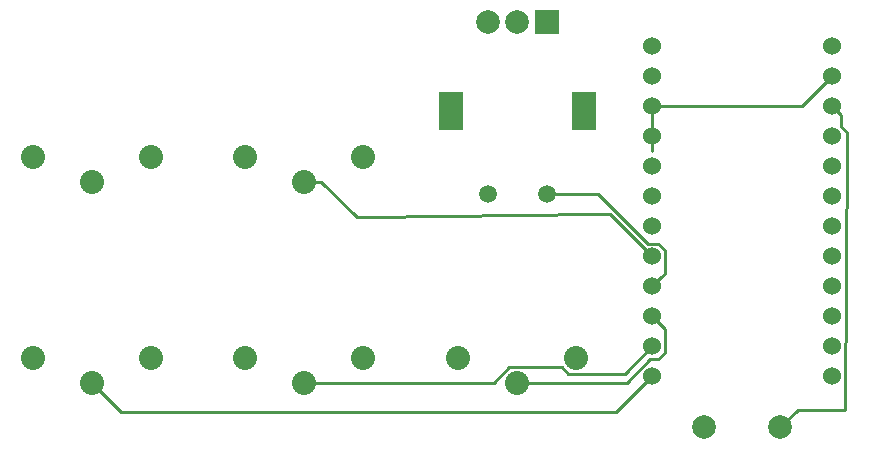
<source format=gbr>
G04 #@! TF.GenerationSoftware,KiCad,Pcbnew,(5.1.5-0-10_14)*
G04 #@! TF.CreationDate,2020-04-22T10:58:21+01:00*
G04 #@! TF.ProjectId,macro1,6d616372-6f31-42e6-9b69-6361645f7063,0.1*
G04 #@! TF.SameCoordinates,Original*
G04 #@! TF.FileFunction,Copper,L1,Top*
G04 #@! TF.FilePolarity,Positive*
%FSLAX46Y46*%
G04 Gerber Fmt 4.6, Leading zero omitted, Abs format (unit mm)*
G04 Created by KiCad (PCBNEW (5.1.5-0-10_14)) date 2020-04-22 10:58:21*
%MOMM*%
%LPD*%
G04 APERTURE LIST*
%ADD10R,2.000000X2.000000*%
%ADD11C,2.000000*%
%ADD12R,2.000000X3.200000*%
%ADD13C,1.500000*%
%ADD14C,2.032000*%
%ADD15C,1.524000*%
%ADD16C,0.250000*%
G04 APERTURE END LIST*
D10*
X76200000Y-60960000D03*
D11*
X73700000Y-60960000D03*
X71200000Y-60960000D03*
D12*
X79300000Y-68460000D03*
X68100000Y-68460000D03*
D13*
X76200000Y-75460000D03*
X71200000Y-75460000D03*
D11*
X89460000Y-95250000D03*
X95960000Y-95250000D03*
D14*
X37660000Y-74480000D03*
X32660000Y-72380000D03*
X42660000Y-72380000D03*
X55660000Y-74480000D03*
X50660000Y-72380000D03*
X60660000Y-72380000D03*
X73660000Y-91480000D03*
X68660000Y-89380000D03*
X78660000Y-89380000D03*
X55660000Y-91480000D03*
X50660000Y-89380000D03*
X60660000Y-89380000D03*
X37660000Y-91480000D03*
X32660000Y-89380000D03*
X42660000Y-89380000D03*
D15*
X100318600Y-62992000D03*
X100318600Y-65532000D03*
X100318600Y-68072000D03*
X100318600Y-70612000D03*
X100318600Y-73152000D03*
X100318600Y-75692000D03*
X100318600Y-78232000D03*
X100318600Y-80772000D03*
X100318600Y-83312000D03*
X100318600Y-85852000D03*
X100318600Y-88392000D03*
X100318600Y-90932000D03*
X85098600Y-90932000D03*
X85098600Y-88392000D03*
X85098600Y-85852000D03*
X85098600Y-83312000D03*
X85098600Y-80772000D03*
X85098600Y-78232000D03*
X85098600Y-75692000D03*
X85098600Y-73152000D03*
X85098600Y-70612000D03*
X85098600Y-68072000D03*
X85098600Y-65532000D03*
X85098600Y-62992000D03*
D16*
X97451388Y-93758612D02*
X95960000Y-95250000D01*
X101405601Y-93758612D02*
X97451388Y-93758612D01*
X101600000Y-70284638D02*
X101600000Y-71120000D01*
X101080599Y-69765237D02*
X101600000Y-70284638D01*
X101080599Y-68833999D02*
X101080599Y-69765237D01*
X101600000Y-71120000D02*
X101405601Y-93758612D01*
X100318600Y-68072000D02*
X101080599Y-68833999D01*
X85098600Y-69342000D02*
X85098600Y-71882000D01*
X97778600Y-68072000D02*
X85098600Y-68072000D01*
X100318600Y-65532000D02*
X97778600Y-68072000D01*
X85098600Y-68072000D02*
X85098600Y-70612000D01*
X84648009Y-80954999D02*
X85620361Y-80954999D01*
X84764999Y-80954999D02*
X85620361Y-80954999D01*
X81538300Y-77211700D02*
X85098600Y-80772000D01*
X80268300Y-77211700D02*
X81538300Y-77211700D01*
X60086840Y-77470000D02*
X60960000Y-77470000D01*
X55660000Y-74480000D02*
X57096840Y-74480000D01*
X57096840Y-74480000D02*
X60086840Y-77470000D01*
X80268300Y-77211700D02*
X60960000Y-77470000D01*
X86185601Y-82224999D02*
X85860599Y-82550001D01*
X86185601Y-80250239D02*
X86185601Y-82224999D01*
X85620361Y-79684999D02*
X86185601Y-80250239D01*
X85860599Y-82550001D02*
X85098600Y-83312000D01*
X84764999Y-79684999D02*
X85620361Y-79684999D01*
X80540000Y-75460000D02*
X84764999Y-79684999D01*
X76120000Y-75460000D02*
X80540000Y-75460000D01*
X85860599Y-86613999D02*
X85098600Y-85852000D01*
X86185601Y-88913761D02*
X86185601Y-86939001D01*
X85620361Y-89479001D02*
X86185601Y-88913761D01*
X84942837Y-89479001D02*
X85620361Y-89479001D01*
X82941838Y-91480000D02*
X84942837Y-89479001D01*
X86185601Y-86939001D02*
X85860599Y-86613999D01*
X73660000Y-91480000D02*
X82941838Y-91480000D01*
X77434317Y-90138999D02*
X78016319Y-90721001D01*
X73016319Y-90138999D02*
X77434317Y-90138999D01*
X71675318Y-91480000D02*
X73016319Y-90138999D01*
X55660000Y-91480000D02*
X71675318Y-91480000D01*
X82769599Y-90721001D02*
X85098600Y-88392000D01*
X78016319Y-90721001D02*
X82769599Y-90721001D01*
X84648009Y-90749001D02*
X85620361Y-90749001D01*
X82050600Y-93980000D02*
X40160000Y-93980000D01*
X40160000Y-93980000D02*
X37660000Y-91480000D01*
X85098600Y-90932000D02*
X82050600Y-93980000D01*
M02*

</source>
